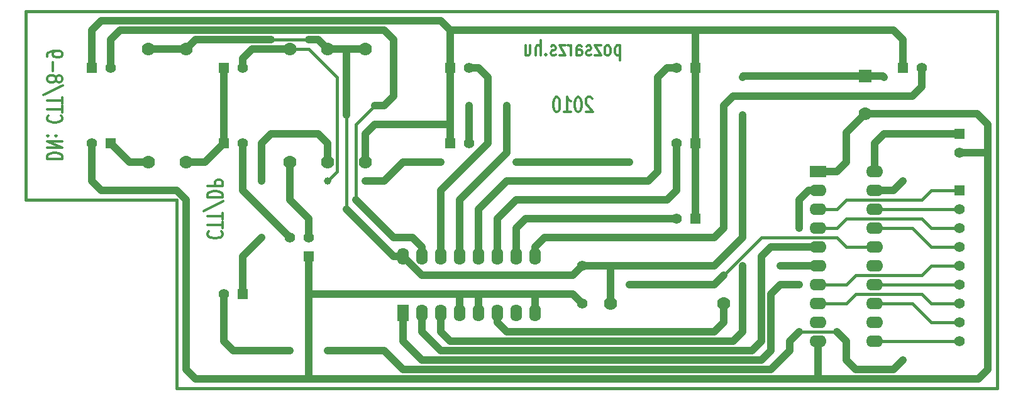
<source format=gbr>
G04 #@! TF.FileFunction,Copper,L2,Bot,Signal*
%FSLAX46Y46*%
G04 Gerber Fmt 4.6, Leading zero omitted, Abs format (unit mm)*
G04 Created by KiCad (PCBNEW 4.0.5+dfsg1-4+deb9u1) date Mon Sep 26 08:34:44 2022*
%MOMM*%
%LPD*%
G01*
G04 APERTURE LIST*
%ADD10C,0.100000*%
%ADD11C,0.304800*%
%ADD12C,0.381000*%
%ADD13R,1.574800X2.286000*%
%ADD14O,1.574800X2.286000*%
%ADD15R,2.286000X1.574800*%
%ADD16O,2.286000X1.574800*%
%ADD17C,1.397000*%
%ADD18R,1.778000X1.778000*%
%ADD19C,1.778000*%
%ADD20R,1.397000X1.397000*%
%ADD21C,1.000760*%
%ADD22C,0.431800*%
%ADD23C,1.000760*%
G04 APERTURE END LIST*
D10*
D11*
X89250762Y-94887143D02*
X91282762Y-94887143D01*
X91282762Y-94524286D01*
X91186000Y-94306571D01*
X90992476Y-94161429D01*
X90798952Y-94088857D01*
X90411905Y-94016286D01*
X90121619Y-94016286D01*
X89734571Y-94088857D01*
X89541048Y-94161429D01*
X89347524Y-94306571D01*
X89250762Y-94524286D01*
X89250762Y-94887143D01*
X89250762Y-93363143D02*
X91282762Y-93363143D01*
X89250762Y-92492286D01*
X91282762Y-92492286D01*
X89444286Y-91766572D02*
X89347524Y-91694000D01*
X89250762Y-91766572D01*
X89347524Y-91839143D01*
X89444286Y-91766572D01*
X89250762Y-91766572D01*
X90508667Y-91766572D02*
X90411905Y-91694000D01*
X90315143Y-91766572D01*
X90411905Y-91839143D01*
X90508667Y-91766572D01*
X90315143Y-91766572D01*
X89444286Y-89008858D02*
X89347524Y-89081429D01*
X89250762Y-89299143D01*
X89250762Y-89444286D01*
X89347524Y-89662001D01*
X89541048Y-89807143D01*
X89734571Y-89879715D01*
X90121619Y-89952286D01*
X90411905Y-89952286D01*
X90798952Y-89879715D01*
X90992476Y-89807143D01*
X91186000Y-89662001D01*
X91282762Y-89444286D01*
X91282762Y-89299143D01*
X91186000Y-89081429D01*
X91089238Y-89008858D01*
X91282762Y-88573429D02*
X91282762Y-87702572D01*
X89250762Y-88138001D02*
X91282762Y-88138001D01*
X91282762Y-87412286D02*
X91282762Y-86541429D01*
X89250762Y-86976858D02*
X91282762Y-86976858D01*
X91379524Y-84944857D02*
X88766952Y-86251143D01*
X90411905Y-84219144D02*
X90508667Y-84364286D01*
X90605429Y-84436858D01*
X90798952Y-84509429D01*
X90895714Y-84509429D01*
X91089238Y-84436858D01*
X91186000Y-84364286D01*
X91282762Y-84219144D01*
X91282762Y-83928858D01*
X91186000Y-83783715D01*
X91089238Y-83711144D01*
X90895714Y-83638572D01*
X90798952Y-83638572D01*
X90605429Y-83711144D01*
X90508667Y-83783715D01*
X90411905Y-83928858D01*
X90411905Y-84219144D01*
X90315143Y-84364286D01*
X90218381Y-84436858D01*
X90024857Y-84509429D01*
X89637810Y-84509429D01*
X89444286Y-84436858D01*
X89347524Y-84364286D01*
X89250762Y-84219144D01*
X89250762Y-83928858D01*
X89347524Y-83783715D01*
X89444286Y-83711144D01*
X89637810Y-83638572D01*
X90024857Y-83638572D01*
X90218381Y-83711144D01*
X90315143Y-83783715D01*
X90411905Y-83928858D01*
X90024857Y-82985429D02*
X90024857Y-81824286D01*
X89250762Y-81026000D02*
X89250762Y-80735715D01*
X89347524Y-80590572D01*
X89444286Y-80518000D01*
X89734571Y-80372858D01*
X90121619Y-80300286D01*
X90895714Y-80300286D01*
X91089238Y-80372858D01*
X91186000Y-80445429D01*
X91282762Y-80590572D01*
X91282762Y-80880858D01*
X91186000Y-81026000D01*
X91089238Y-81098572D01*
X90895714Y-81171143D01*
X90411905Y-81171143D01*
X90218381Y-81098572D01*
X90121619Y-81026000D01*
X90024857Y-80880858D01*
X90024857Y-80590572D01*
X90121619Y-80445429D01*
X90218381Y-80372858D01*
X90411905Y-80300286D01*
X166406285Y-79574571D02*
X166406285Y-81606571D01*
X166406285Y-79671333D02*
X166261142Y-79574571D01*
X165970856Y-79574571D01*
X165825713Y-79671333D01*
X165753142Y-79768095D01*
X165680571Y-79961619D01*
X165680571Y-80542190D01*
X165753142Y-80735714D01*
X165825713Y-80832476D01*
X165970856Y-80929238D01*
X166261142Y-80929238D01*
X166406285Y-80832476D01*
X164809714Y-80929238D02*
X164954856Y-80832476D01*
X165027428Y-80735714D01*
X165099999Y-80542190D01*
X165099999Y-79961619D01*
X165027428Y-79768095D01*
X164954856Y-79671333D01*
X164809714Y-79574571D01*
X164591999Y-79574571D01*
X164446856Y-79671333D01*
X164374285Y-79768095D01*
X164301714Y-79961619D01*
X164301714Y-80542190D01*
X164374285Y-80735714D01*
X164446856Y-80832476D01*
X164591999Y-80929238D01*
X164809714Y-80929238D01*
X163793714Y-79574571D02*
X162995428Y-79574571D01*
X163793714Y-80929238D01*
X162995428Y-80929238D01*
X162487428Y-80832476D02*
X162342285Y-80929238D01*
X162052000Y-80929238D01*
X161906857Y-80832476D01*
X161834285Y-80638952D01*
X161834285Y-80542190D01*
X161906857Y-80348667D01*
X162052000Y-80251905D01*
X162269714Y-80251905D01*
X162414857Y-80155143D01*
X162487428Y-79961619D01*
X162487428Y-79864857D01*
X162414857Y-79671333D01*
X162269714Y-79574571D01*
X162052000Y-79574571D01*
X161906857Y-79671333D01*
X160528000Y-80929238D02*
X160528000Y-79864857D01*
X160600571Y-79671333D01*
X160745714Y-79574571D01*
X161036000Y-79574571D01*
X161181143Y-79671333D01*
X160528000Y-80832476D02*
X160673143Y-80929238D01*
X161036000Y-80929238D01*
X161181143Y-80832476D01*
X161253714Y-80638952D01*
X161253714Y-80445429D01*
X161181143Y-80251905D01*
X161036000Y-80155143D01*
X160673143Y-80155143D01*
X160528000Y-80058381D01*
X159802286Y-80929238D02*
X159802286Y-79574571D01*
X159802286Y-79961619D02*
X159729714Y-79768095D01*
X159657143Y-79671333D01*
X159512000Y-79574571D01*
X159366857Y-79574571D01*
X159004000Y-79574571D02*
X158205714Y-79574571D01*
X159004000Y-80929238D01*
X158205714Y-80929238D01*
X157697714Y-80832476D02*
X157552571Y-80929238D01*
X157262286Y-80929238D01*
X157117143Y-80832476D01*
X157044571Y-80638952D01*
X157044571Y-80542190D01*
X157117143Y-80348667D01*
X157262286Y-80251905D01*
X157480000Y-80251905D01*
X157625143Y-80155143D01*
X157697714Y-79961619D01*
X157697714Y-79864857D01*
X157625143Y-79671333D01*
X157480000Y-79574571D01*
X157262286Y-79574571D01*
X157117143Y-79671333D01*
X156391429Y-80735714D02*
X156318857Y-80832476D01*
X156391429Y-80929238D01*
X156464000Y-80832476D01*
X156391429Y-80735714D01*
X156391429Y-80929238D01*
X155665715Y-80929238D02*
X155665715Y-78897238D01*
X155012572Y-80929238D02*
X155012572Y-79864857D01*
X155085143Y-79671333D01*
X155230286Y-79574571D01*
X155448001Y-79574571D01*
X155593143Y-79671333D01*
X155665715Y-79768095D01*
X153633715Y-79574571D02*
X153633715Y-80929238D01*
X154286858Y-79574571D02*
X154286858Y-80638952D01*
X154214286Y-80832476D01*
X154069144Y-80929238D01*
X153851429Y-80929238D01*
X153706286Y-80832476D01*
X153633715Y-80735714D01*
X162632572Y-86710762D02*
X162560001Y-86614000D01*
X162414858Y-86517238D01*
X162052001Y-86517238D01*
X161906858Y-86614000D01*
X161834287Y-86710762D01*
X161761715Y-86904286D01*
X161761715Y-87097810D01*
X161834287Y-87388095D01*
X162705144Y-88549238D01*
X161761715Y-88549238D01*
X160818286Y-86517238D02*
X160673143Y-86517238D01*
X160528000Y-86614000D01*
X160455429Y-86710762D01*
X160382858Y-86904286D01*
X160310286Y-87291333D01*
X160310286Y-87775143D01*
X160382858Y-88162190D01*
X160455429Y-88355714D01*
X160528000Y-88452476D01*
X160673143Y-88549238D01*
X160818286Y-88549238D01*
X160963429Y-88452476D01*
X161036000Y-88355714D01*
X161108572Y-88162190D01*
X161181143Y-87775143D01*
X161181143Y-87291333D01*
X161108572Y-86904286D01*
X161036000Y-86710762D01*
X160963429Y-86614000D01*
X160818286Y-86517238D01*
X158858857Y-88549238D02*
X159729714Y-88549238D01*
X159294286Y-88549238D02*
X159294286Y-86517238D01*
X159439429Y-86807524D01*
X159584571Y-87001048D01*
X159729714Y-87097810D01*
X157915428Y-86517238D02*
X157770285Y-86517238D01*
X157625142Y-86614000D01*
X157552571Y-86710762D01*
X157480000Y-86904286D01*
X157407428Y-87291333D01*
X157407428Y-87775143D01*
X157480000Y-88162190D01*
X157552571Y-88355714D01*
X157625142Y-88452476D01*
X157770285Y-88549238D01*
X157915428Y-88549238D01*
X158060571Y-88452476D01*
X158133142Y-88355714D01*
X158205714Y-88162190D01*
X158278285Y-87775143D01*
X158278285Y-87291333D01*
X158205714Y-86904286D01*
X158133142Y-86710762D01*
X158060571Y-86614000D01*
X157915428Y-86517238D01*
X111034286Y-104611714D02*
X110937524Y-104684285D01*
X110840762Y-104901999D01*
X110840762Y-105047142D01*
X110937524Y-105264857D01*
X111131048Y-105409999D01*
X111324571Y-105482571D01*
X111711619Y-105555142D01*
X112001905Y-105555142D01*
X112388952Y-105482571D01*
X112582476Y-105409999D01*
X112776000Y-105264857D01*
X112872762Y-105047142D01*
X112872762Y-104901999D01*
X112776000Y-104684285D01*
X112679238Y-104611714D01*
X112872762Y-104176285D02*
X112872762Y-103305428D01*
X110840762Y-103740857D02*
X112872762Y-103740857D01*
X112872762Y-103015142D02*
X112872762Y-102144285D01*
X110840762Y-102579714D02*
X112872762Y-102579714D01*
X112969524Y-100547713D02*
X110356952Y-101853999D01*
X110840762Y-100039714D02*
X112872762Y-100039714D01*
X112872762Y-99676857D01*
X112776000Y-99459142D01*
X112582476Y-99314000D01*
X112388952Y-99241428D01*
X112001905Y-99168857D01*
X111711619Y-99168857D01*
X111324571Y-99241428D01*
X111131048Y-99314000D01*
X110937524Y-99459142D01*
X110840762Y-99676857D01*
X110840762Y-100039714D01*
X110840762Y-98515714D02*
X112872762Y-98515714D01*
X112872762Y-97935142D01*
X112776000Y-97790000D01*
X112679238Y-97717428D01*
X112485714Y-97644857D01*
X112195429Y-97644857D01*
X112001905Y-97717428D01*
X111905143Y-97790000D01*
X111808381Y-97935142D01*
X111808381Y-98515714D01*
D12*
X217170000Y-125730000D02*
X217170000Y-74930000D01*
X106680000Y-125730000D02*
X217170000Y-125730000D01*
X106680000Y-100330000D02*
X106680000Y-125730000D01*
X86360000Y-100330000D02*
X106680000Y-100330000D01*
X86360000Y-74930000D02*
X86360000Y-100330000D01*
X132080000Y-74930000D02*
X217170000Y-74930000D01*
X86360000Y-74930000D02*
X132080000Y-74930000D01*
D13*
X137160000Y-115570000D03*
D14*
X139700000Y-115570000D03*
X142240000Y-115570000D03*
X144780000Y-115570000D03*
X147320000Y-115570000D03*
X149860000Y-115570000D03*
X152400000Y-115570000D03*
X154940000Y-115570000D03*
X154940000Y-107950000D03*
X152400000Y-107950000D03*
X149860000Y-107950000D03*
X147320000Y-107950000D03*
X144780000Y-107950000D03*
X142240000Y-107950000D03*
X139700000Y-107950000D03*
X137160000Y-107950000D03*
D15*
X193040000Y-96520000D03*
D16*
X193040000Y-99060000D03*
X193040000Y-101600000D03*
X193040000Y-104140000D03*
X193040000Y-106680000D03*
X193040000Y-109220000D03*
X193040000Y-111760000D03*
X193040000Y-114300000D03*
X193040000Y-116840000D03*
X193040000Y-119380000D03*
X200660000Y-119380000D03*
X200660000Y-116840000D03*
X200660000Y-114300000D03*
X200660000Y-111760000D03*
X200660000Y-109220000D03*
X200660000Y-106680000D03*
X200660000Y-104140000D03*
X200660000Y-101600000D03*
X200660000Y-99060000D03*
X200660000Y-96520000D03*
D17*
X161290000Y-109220000D03*
X161290000Y-114300000D03*
D18*
X199390000Y-83693000D03*
D19*
X199390000Y-88773000D03*
D20*
X95250000Y-82550000D03*
D17*
X97790000Y-82550000D03*
D20*
X143510000Y-82550000D03*
D17*
X146050000Y-82550000D03*
D20*
X143510000Y-92710000D03*
D17*
X146050000Y-92710000D03*
D20*
X176530000Y-82550000D03*
D17*
X173990000Y-82550000D03*
D20*
X176530000Y-92710000D03*
D17*
X173990000Y-92710000D03*
D20*
X176530000Y-102870000D03*
D17*
X173990000Y-102870000D03*
D20*
X204470000Y-82550000D03*
D17*
X207010000Y-82550000D03*
D20*
X113030000Y-82550000D03*
D17*
X115570000Y-82550000D03*
D20*
X113030000Y-92710000D03*
D17*
X115570000Y-92710000D03*
D20*
X115570000Y-113030000D03*
D17*
X113030000Y-113030000D03*
D20*
X97790000Y-92710000D03*
D17*
X95250000Y-92710000D03*
D19*
X102870000Y-80010000D03*
X102870000Y-95250000D03*
X127000000Y-80010000D03*
X127000000Y-95250000D03*
X107950000Y-80010000D03*
X107950000Y-95250000D03*
X132080000Y-80010000D03*
X132080000Y-95250000D03*
X165100000Y-114300000D03*
X180340000Y-114300000D03*
X121920000Y-95250000D03*
X121920000Y-80010000D03*
D20*
X124460000Y-107950000D03*
D17*
X124460000Y-105410000D03*
X121920000Y-105410000D03*
D20*
X212090000Y-99060000D03*
D17*
X212090000Y-101600000D03*
X212090000Y-104140000D03*
X212090000Y-106680000D03*
X212090000Y-109220000D03*
X212090000Y-111760000D03*
X212090000Y-114300000D03*
X212090000Y-116840000D03*
X212090000Y-119380000D03*
D20*
X212090000Y-91440000D03*
D17*
X212090000Y-93980000D03*
D21*
X190500000Y-111760000D03*
X190500000Y-104140000D03*
X182880000Y-109220000D03*
X187960000Y-109220000D03*
X146050000Y-87630000D03*
X151130000Y-87630000D03*
X182880000Y-88900000D03*
X182880000Y-83820000D03*
X201930000Y-91440000D03*
X201930000Y-83820000D03*
X167640000Y-111760000D03*
X167640000Y-95250000D03*
X152400000Y-95250000D03*
X142240000Y-95250000D03*
X132080000Y-97790000D03*
X127000000Y-97790000D03*
X121920000Y-120650000D03*
X127000000Y-120650000D03*
X204470000Y-121920000D03*
X204470000Y-97790000D03*
X118110000Y-105410000D03*
X118110000Y-97790000D03*
D22*
X195580000Y-101600000D02*
X196850000Y-100330000D01*
X196850000Y-100330000D02*
X207010000Y-100330000D01*
X207010000Y-100330000D02*
X208280000Y-99060000D01*
X208280000Y-99060000D02*
X212090000Y-99060000D01*
X193040000Y-101600000D02*
X195580000Y-101600000D01*
X200660000Y-101600000D02*
X212090000Y-101600000D01*
X195580000Y-104140000D02*
X196850000Y-102870000D01*
X196850000Y-102870000D02*
X207010000Y-102870000D01*
X207010000Y-102870000D02*
X208280000Y-104140000D01*
X208280000Y-104140000D02*
X212090000Y-104140000D01*
X193040000Y-104140000D02*
X195580000Y-104140000D01*
X205740000Y-104140000D02*
X208280000Y-106680000D01*
X208280000Y-106680000D02*
X212090000Y-106680000D01*
X200660000Y-104140000D02*
X205740000Y-104140000D01*
X196850000Y-111760000D02*
X198120000Y-110490000D01*
X198120000Y-110490000D02*
X207010000Y-110490000D01*
X207010000Y-110490000D02*
X208280000Y-109220000D01*
X208280000Y-109220000D02*
X212090000Y-109220000D01*
X193040000Y-111760000D02*
X196850000Y-111760000D01*
X200660000Y-111760000D02*
X212090000Y-111760000D01*
X200660000Y-119380000D02*
X212090000Y-119380000D01*
X205740000Y-114300000D02*
X208280000Y-116840000D01*
X208280000Y-116840000D02*
X212090000Y-116840000D01*
X200660000Y-114300000D02*
X205740000Y-114300000D01*
X196850000Y-114300000D02*
X198120000Y-113030000D01*
X198120000Y-113030000D02*
X207010000Y-113030000D01*
X207010000Y-113030000D02*
X208280000Y-114300000D01*
X208280000Y-114300000D02*
X212090000Y-114300000D01*
X193040000Y-114300000D02*
X196850000Y-114300000D01*
D23*
X137160000Y-119380000D02*
X139700000Y-121920000D01*
X139700000Y-121920000D02*
X185420000Y-121920000D01*
X185420000Y-121920000D02*
X186690000Y-120650000D01*
X186690000Y-120650000D02*
X186690000Y-113030000D01*
X186690000Y-113030000D02*
X187960000Y-111760000D01*
X187960000Y-111760000D02*
X190500000Y-111760000D01*
X190500000Y-104140000D02*
X190500000Y-100330000D01*
X190500000Y-100330000D02*
X191770000Y-99060000D01*
X191770000Y-99060000D02*
X193040000Y-99060000D01*
X137160000Y-115570000D02*
X137160000Y-119380000D01*
X142240000Y-120650000D02*
X168910000Y-120650000D01*
X139700000Y-118110000D02*
X142240000Y-120650000D01*
X186690000Y-106680000D02*
X193040000Y-106680000D01*
X186690000Y-106680000D02*
X185420000Y-107950000D01*
X185420000Y-107950000D02*
X185420000Y-119380000D01*
X185420000Y-119380000D02*
X184150000Y-120650000D01*
X184150000Y-120650000D02*
X168910000Y-120650000D01*
X139700000Y-115570000D02*
X139700000Y-118110000D01*
X182880000Y-118110000D02*
X182880000Y-109220000D01*
X181610000Y-119380000D02*
X182880000Y-118110000D01*
X168910000Y-119380000D02*
X181610000Y-119380000D01*
X142240000Y-118110000D02*
X143510000Y-119380000D01*
X167640000Y-119380000D02*
X168910000Y-119380000D01*
X143510000Y-119380000D02*
X167640000Y-119380000D01*
X187960000Y-109220000D02*
X193040000Y-109220000D01*
X142240000Y-115570000D02*
X142240000Y-118110000D01*
X147320000Y-115570000D02*
X147320000Y-113030000D01*
X154940000Y-115570000D02*
X154940000Y-113030000D01*
X124460000Y-113030000D02*
X124460000Y-111760000D01*
X124460000Y-124460000D02*
X124460000Y-113030000D01*
X193040000Y-119380000D02*
X193040000Y-124460000D01*
X95250000Y-97790000D02*
X96520000Y-99060000D01*
X96520000Y-99060000D02*
X106680000Y-99060000D01*
X106680000Y-99060000D02*
X107950000Y-100330000D01*
X107950000Y-100330000D02*
X107950000Y-123190000D01*
X107950000Y-123190000D02*
X109220000Y-124460000D01*
X194310000Y-124460000D02*
X214630000Y-124460000D01*
X193040000Y-124460000D02*
X194310000Y-124460000D01*
X109220000Y-124460000D02*
X124460000Y-124460000D01*
X214630000Y-124460000D02*
X215900000Y-123190000D01*
X215900000Y-93980000D02*
X215900000Y-90170000D01*
X215900000Y-95250000D02*
X215900000Y-93980000D01*
X215900000Y-123190000D02*
X215900000Y-95250000D01*
X215900000Y-90170000D02*
X214503000Y-88773000D01*
X214503000Y-88773000D02*
X199390000Y-88773000D01*
X95250000Y-92710000D02*
X95250000Y-97790000D01*
X195580000Y-96520000D02*
X196850000Y-95250000D01*
X196850000Y-95250000D02*
X196850000Y-91313000D01*
X196850000Y-91313000D02*
X199390000Y-88773000D01*
X193040000Y-96520000D02*
X195580000Y-96520000D01*
X124460000Y-107950000D02*
X124460000Y-111760000D01*
X160020000Y-113030000D02*
X161290000Y-114300000D01*
X154940000Y-113030000D02*
X160020000Y-113030000D01*
X147320000Y-113030000D02*
X154940000Y-113030000D01*
X144780000Y-113030000D02*
X124460000Y-113030000D01*
X144780000Y-115570000D02*
X144780000Y-113030000D01*
X144780000Y-113030000D02*
X147320000Y-113030000D01*
X184150000Y-124460000D02*
X194310000Y-124460000D01*
X148590000Y-124460000D02*
X184150000Y-124460000D01*
X124460000Y-124460000D02*
X148590000Y-124460000D01*
X212090000Y-93980000D02*
X215900000Y-93980000D01*
X149860000Y-116840000D02*
X151130000Y-118110000D01*
X151130000Y-118110000D02*
X179070000Y-118110000D01*
X179070000Y-118110000D02*
X180340000Y-116840000D01*
X180340000Y-116840000D02*
X180340000Y-114300000D01*
X149860000Y-115570000D02*
X149860000Y-116840000D01*
X154940000Y-106680000D02*
X156210000Y-105410000D01*
X156210000Y-105410000D02*
X179070000Y-105410000D01*
X179070000Y-105410000D02*
X180340000Y-104140000D01*
X180340000Y-104140000D02*
X180340000Y-87630000D01*
X180340000Y-87630000D02*
X181610000Y-86360000D01*
X181610000Y-86360000D02*
X205740000Y-86360000D01*
X205740000Y-86360000D02*
X207010000Y-85090000D01*
X207010000Y-85090000D02*
X207010000Y-82550000D01*
X154940000Y-107950000D02*
X154940000Y-106680000D01*
X152400000Y-104140000D02*
X153670000Y-102870000D01*
X153670000Y-102870000D02*
X173990000Y-102870000D01*
X152400000Y-107950000D02*
X152400000Y-104140000D01*
X149860000Y-102870000D02*
X152400000Y-100330000D01*
X152400000Y-100330000D02*
X171450000Y-100330000D01*
X171450000Y-100330000D02*
X172720000Y-100330000D01*
X172720000Y-100330000D02*
X173990000Y-99060000D01*
X173990000Y-99060000D02*
X173990000Y-92710000D01*
X149860000Y-107950000D02*
X149860000Y-102870000D01*
X171450000Y-83820000D02*
X172720000Y-82550000D01*
X171450000Y-96520000D02*
X171450000Y-83820000D01*
X170180000Y-97790000D02*
X171450000Y-96520000D01*
X151130000Y-97790000D02*
X170180000Y-97790000D01*
X147320000Y-101600000D02*
X151130000Y-97790000D01*
X172720000Y-82550000D02*
X173990000Y-82550000D01*
X147320000Y-107950000D02*
X147320000Y-101600000D01*
X144780000Y-100330000D02*
X149860000Y-95250000D01*
X146050000Y-87630000D02*
X146050000Y-92710000D01*
X151130000Y-87630000D02*
X151130000Y-93980000D01*
X151130000Y-93980000D02*
X149860000Y-95250000D01*
X144780000Y-107950000D02*
X144780000Y-100330000D01*
X142240000Y-99060000D02*
X148590000Y-92710000D01*
X148590000Y-92710000D02*
X148590000Y-83820000D01*
X148590000Y-83820000D02*
X147320000Y-82550000D01*
X147320000Y-82550000D02*
X146050000Y-82550000D01*
X142240000Y-107950000D02*
X142240000Y-99060000D01*
D22*
X130810000Y-90170000D02*
X130810000Y-100330000D01*
X133350000Y-87630000D02*
X130810000Y-90170000D01*
D23*
X97790000Y-78740000D02*
X99060000Y-77470000D01*
X99060000Y-77470000D02*
X134620000Y-77470000D01*
X134620000Y-77470000D02*
X135890000Y-78740000D01*
X135890000Y-78740000D02*
X135890000Y-86360000D01*
X135890000Y-86360000D02*
X134620000Y-87630000D01*
X134620000Y-87630000D02*
X133350000Y-87630000D01*
X139700000Y-106680000D02*
X139700000Y-107950000D01*
X139700000Y-106680000D02*
X138430000Y-105410000D01*
X138430000Y-105410000D02*
X135890000Y-105410000D01*
X135890000Y-105410000D02*
X130810000Y-100330000D01*
X97790000Y-82550000D02*
X97790000Y-78740000D01*
X179070000Y-109220000D02*
X182880000Y-105410000D01*
X182880000Y-105410000D02*
X182880000Y-88900000D01*
X182880000Y-83820000D02*
X183007000Y-83693000D01*
X183007000Y-83693000D02*
X199390000Y-83693000D01*
X165100000Y-109220000D02*
X179070000Y-109220000D01*
X201803000Y-83693000D02*
X201930000Y-83820000D01*
X199390000Y-83693000D02*
X201803000Y-83693000D01*
X200660000Y-92710000D02*
X201930000Y-91440000D01*
X201930000Y-91440000D02*
X212090000Y-91440000D01*
X200660000Y-96520000D02*
X200660000Y-92710000D01*
X102870000Y-80010000D02*
X107950000Y-80010000D01*
X139700000Y-110490000D02*
X137160000Y-107950000D01*
X160020000Y-110490000D02*
X139700000Y-110490000D01*
X161290000Y-109220000D02*
X160020000Y-110490000D01*
X162560000Y-109220000D02*
X161290000Y-109220000D01*
X165100000Y-114300000D02*
X165100000Y-109220000D01*
X165100000Y-109220000D02*
X162560000Y-109220000D01*
X129540000Y-80010000D02*
X132080000Y-80010000D01*
X125730000Y-78740000D02*
X127000000Y-80010000D01*
D22*
X124460000Y-78740000D02*
X119380000Y-78740000D01*
D23*
X107950000Y-80010000D02*
X109220000Y-78740000D01*
X127000000Y-80010000D02*
X129540000Y-80010000D01*
X109220000Y-78740000D02*
X119380000Y-78740000D01*
D22*
X129540000Y-88900000D02*
X129540000Y-101600000D01*
D23*
X129540000Y-88900000D02*
X129540000Y-80010000D01*
X137160000Y-107950000D02*
X135890000Y-107950000D01*
X135890000Y-107950000D02*
X129540000Y-101600000D01*
X124460000Y-78740000D02*
X125730000Y-78740000D01*
X116840000Y-80010000D02*
X115570000Y-81280000D01*
X121920000Y-80010000D02*
X116840000Y-80010000D01*
D22*
X196850000Y-106680000D02*
X195580000Y-105410000D01*
X196850000Y-106680000D02*
X200660000Y-106680000D01*
X121920000Y-80010000D02*
X124460000Y-80010000D01*
D23*
X179070000Y-111760000D02*
X180340000Y-110490000D01*
X167640000Y-111760000D02*
X179070000Y-111760000D01*
X152400000Y-95250000D02*
X167640000Y-95250000D01*
X137160000Y-95250000D02*
X142240000Y-95250000D01*
X134620000Y-97790000D02*
X137160000Y-95250000D01*
X132080000Y-97790000D02*
X134620000Y-97790000D01*
D22*
X128270000Y-96520000D02*
X127000000Y-97790000D01*
X128270000Y-83820000D02*
X128270000Y-96520000D01*
X124460000Y-80010000D02*
X128270000Y-83820000D01*
X180340000Y-110490000D02*
X185420000Y-105410000D01*
X185420000Y-105410000D02*
X186690000Y-105410000D01*
X195580000Y-105410000D02*
X186690000Y-105410000D01*
D23*
X115570000Y-82550000D02*
X115570000Y-81280000D01*
X190500000Y-118110000D02*
X189230000Y-119380000D01*
X189230000Y-120650000D02*
X189230000Y-119380000D01*
X186690000Y-123190000D02*
X189230000Y-120650000D01*
X184150000Y-123190000D02*
X186690000Y-123190000D01*
X113030000Y-119380000D02*
X113030000Y-113030000D01*
X114300000Y-120650000D02*
X113030000Y-119380000D01*
X121920000Y-120650000D02*
X114300000Y-120650000D01*
X134620000Y-120650000D02*
X127000000Y-120650000D01*
X137160000Y-123190000D02*
X134620000Y-120650000D01*
X138430000Y-123190000D02*
X137160000Y-123190000D01*
X184150000Y-123190000D02*
X148590000Y-123190000D01*
X200660000Y-99060000D02*
X203200000Y-99060000D01*
X196850000Y-119380000D02*
X195580000Y-118110000D01*
X196850000Y-121920000D02*
X196850000Y-119380000D01*
X198120000Y-123190000D02*
X196850000Y-121920000D01*
X203200000Y-123190000D02*
X198120000Y-123190000D01*
X204470000Y-121920000D02*
X203200000Y-123190000D01*
X203200000Y-99060000D02*
X204470000Y-97790000D01*
D22*
X190500000Y-118110000D02*
X195580000Y-118110000D01*
D23*
X148590000Y-123190000D02*
X138430000Y-123190000D01*
X143510000Y-92710000D02*
X143510000Y-90170000D01*
D22*
X176530000Y-81280000D02*
X176530000Y-82550000D01*
D23*
X95250000Y-77470000D02*
X96520000Y-76200000D01*
X96520000Y-76200000D02*
X142240000Y-76200000D01*
X142240000Y-76200000D02*
X143510000Y-77470000D01*
X95250000Y-82550000D02*
X95250000Y-77470000D01*
X176530000Y-102870000D02*
X176530000Y-92710000D01*
X201930000Y-77470000D02*
X203200000Y-77470000D01*
X203200000Y-77470000D02*
X204470000Y-78740000D01*
X204470000Y-78740000D02*
X204470000Y-82550000D01*
X176530000Y-77470000D02*
X201930000Y-77470000D01*
X176530000Y-77470000D02*
X143510000Y-77470000D01*
X176530000Y-81280000D02*
X176530000Y-77470000D01*
X176530000Y-92710000D02*
X176530000Y-81280000D01*
X143510000Y-90170000D02*
X143510000Y-77470000D01*
X133350000Y-90170000D02*
X143510000Y-90170000D01*
X132080000Y-91440000D02*
X133350000Y-90170000D01*
X132080000Y-95250000D02*
X132080000Y-91440000D01*
X110490000Y-95250000D02*
X113030000Y-92710000D01*
X107950000Y-95250000D02*
X110490000Y-95250000D01*
X113030000Y-92710000D02*
X113030000Y-82550000D01*
X115570000Y-99060000D02*
X121920000Y-105410000D01*
X115570000Y-92710000D02*
X115570000Y-99060000D01*
X115570000Y-107950000D02*
X118110000Y-105410000D01*
X118110000Y-97790000D02*
X118110000Y-92710000D01*
X118110000Y-92710000D02*
X119380000Y-91440000D01*
X119380000Y-91440000D02*
X125730000Y-91440000D01*
X125730000Y-91440000D02*
X127000000Y-92710000D01*
X127000000Y-92710000D02*
X127000000Y-95250000D01*
X115570000Y-113030000D02*
X115570000Y-107950000D01*
X100330000Y-95250000D02*
X97790000Y-92710000D01*
X102870000Y-95250000D02*
X100330000Y-95250000D01*
X124460000Y-102870000D02*
X121920000Y-100330000D01*
X121920000Y-100330000D02*
X121920000Y-95250000D01*
X124460000Y-105410000D02*
X124460000Y-102870000D01*
M02*

</source>
